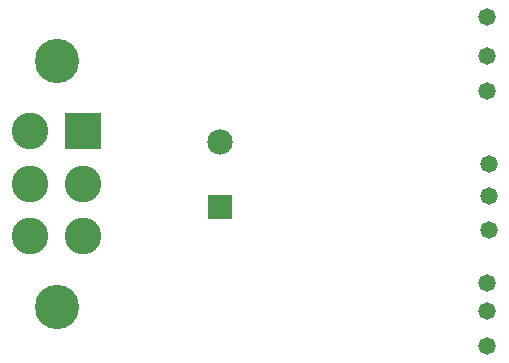
<source format=gbs>
G04*
G04 #@! TF.GenerationSoftware,Altium Limited,Altium Designer,25.1.2 (22)*
G04*
G04 Layer_Color=16711935*
%FSLAX44Y44*%
%MOMM*%
G71*
G04*
G04 #@! TF.SameCoordinates,B7D9D61E-E531-4C97-95C7-BE20352FD60D*
G04*
G04*
G04 #@! TF.FilePolarity,Negative*
G04*
G01*
G75*
%ADD20R,2.1532X2.1532*%
%ADD21C,2.1532*%
%ADD22R,3.0982X3.0982*%
%ADD23C,3.0982*%
%ADD24C,3.7532*%
%ADD25C,1.4732*%
D20*
X685801Y766249D02*
D03*
D21*
Y821249D02*
D03*
D22*
X569670Y830640D02*
D03*
D23*
Y786140D02*
D03*
Y741740D02*
D03*
X525170Y830640D02*
D03*
Y786140D02*
D03*
Y741740D02*
D03*
D24*
X547370Y890290D02*
D03*
Y681990D02*
D03*
D25*
X913130Y775970D02*
D03*
Y802640D02*
D03*
X911860Y927100D02*
D03*
Y894080D02*
D03*
Y864870D02*
D03*
Y702310D02*
D03*
Y678180D02*
D03*
Y648970D02*
D03*
X913130Y746760D02*
D03*
M02*

</source>
